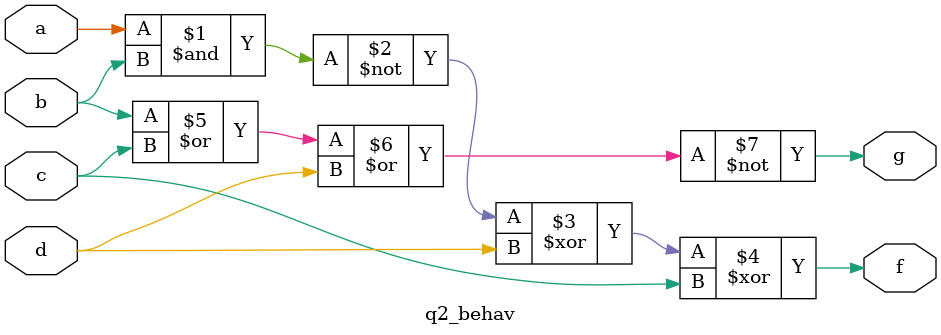
<source format=v>
module q2_behav(f, g, a, b, c, d);
	input a, b, c, d;
	output f, g;
	assign f = ((~(a & b)) ^ d ^ c);
	assign g = ~(b | c | d);
endmodule

</source>
